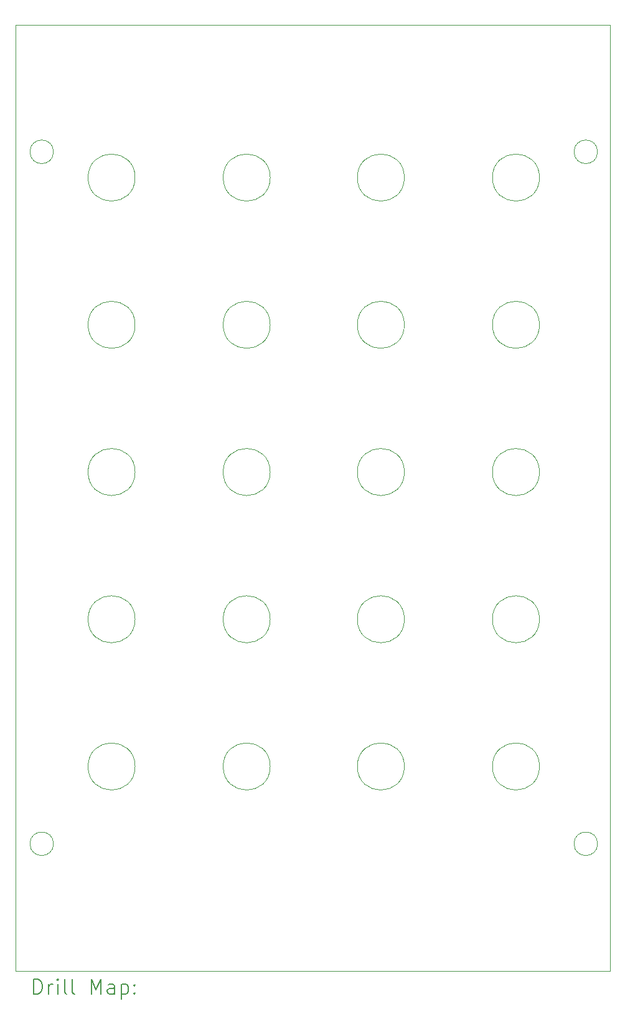
<source format=gbr>
%TF.GenerationSoftware,KiCad,Pcbnew,(6.0.11-0)*%
%TF.CreationDate,2023-03-26T21:43:49+01:00*%
%TF.ProjectId,panel,70616e65-6c2e-46b6-9963-61645f706362,rev?*%
%TF.SameCoordinates,Original*%
%TF.FileFunction,Drillmap*%
%TF.FilePolarity,Positive*%
%FSLAX45Y45*%
G04 Gerber Fmt 4.5, Leading zero omitted, Abs format (unit mm)*
G04 Created by KiCad (PCBNEW (6.0.11-0)) date 2023-03-26 21:43:49*
%MOMM*%
%LPD*%
G01*
G04 APERTURE LIST*
%ADD10C,0.100000*%
%ADD11C,0.200000*%
G04 APERTURE END LIST*
D10*
X8090000Y0D02*
X8090000Y-12850000D01*
X0Y-12850000D02*
X0Y0D01*
X5292500Y-8075000D02*
G75*
G03*
X5292500Y-8075000I-320000J0D01*
G01*
X520000Y-11125000D02*
G75*
G03*
X520000Y-11125000I-160000J0D01*
G01*
X3467500Y-6075000D02*
G75*
G03*
X3467500Y-6075000I-320000J0D01*
G01*
X1630000Y-4075000D02*
G75*
G03*
X1630000Y-4075000I-320000J0D01*
G01*
X1630000Y-2075000D02*
G75*
G03*
X1630000Y-2075000I-320000J0D01*
G01*
X3467500Y-8075000D02*
G75*
G03*
X3467500Y-8075000I-320000J0D01*
G01*
X7920000Y-11125000D02*
G75*
G03*
X7920000Y-11125000I-160000J0D01*
G01*
X7130000Y-2075000D02*
G75*
G03*
X7130000Y-2075000I-320000J0D01*
G01*
X5292500Y-2075000D02*
G75*
G03*
X5292500Y-2075000I-320000J0D01*
G01*
X7130000Y-4075000D02*
G75*
G03*
X7130000Y-4075000I-320000J0D01*
G01*
X7130000Y-8075000D02*
G75*
G03*
X7130000Y-8075000I-320000J0D01*
G01*
X0Y0D02*
X8090000Y0D01*
X5292500Y-6075000D02*
G75*
G03*
X5292500Y-6075000I-320000J0D01*
G01*
X3467500Y-2075000D02*
G75*
G03*
X3467500Y-2075000I-320000J0D01*
G01*
X520000Y-1725000D02*
G75*
G03*
X520000Y-1725000I-160000J0D01*
G01*
X1630000Y-10075000D02*
G75*
G03*
X1630000Y-10075000I-320000J0D01*
G01*
X3467500Y-4075000D02*
G75*
G03*
X3467500Y-4075000I-320000J0D01*
G01*
X8090000Y-12850000D02*
X0Y-12850000D01*
X3467500Y-10075000D02*
G75*
G03*
X3467500Y-10075000I-320000J0D01*
G01*
X7130000Y-10075000D02*
G75*
G03*
X7130000Y-10075000I-320000J0D01*
G01*
X1630000Y-6075000D02*
G75*
G03*
X1630000Y-6075000I-320000J0D01*
G01*
X7130000Y-6075000D02*
G75*
G03*
X7130000Y-6075000I-320000J0D01*
G01*
X5292500Y-4075000D02*
G75*
G03*
X5292500Y-4075000I-320000J0D01*
G01*
X1630000Y-8075000D02*
G75*
G03*
X1630000Y-8075000I-320000J0D01*
G01*
X7920000Y-1725000D02*
G75*
G03*
X7920000Y-1725000I-160000J0D01*
G01*
X5292500Y-10075000D02*
G75*
G03*
X5292500Y-10075000I-320000J0D01*
G01*
D11*
X252619Y-13165476D02*
X252619Y-12965476D01*
X300238Y-12965476D01*
X328810Y-12975000D01*
X347857Y-12994048D01*
X357381Y-13013095D01*
X366905Y-13051190D01*
X366905Y-13079762D01*
X357381Y-13117857D01*
X347857Y-13136905D01*
X328810Y-13155952D01*
X300238Y-13165476D01*
X252619Y-13165476D01*
X452619Y-13165476D02*
X452619Y-13032143D01*
X452619Y-13070238D02*
X462143Y-13051190D01*
X471667Y-13041667D01*
X490714Y-13032143D01*
X509762Y-13032143D01*
X576429Y-13165476D02*
X576429Y-13032143D01*
X576429Y-12965476D02*
X566905Y-12975000D01*
X576429Y-12984524D01*
X585952Y-12975000D01*
X576429Y-12965476D01*
X576429Y-12984524D01*
X700238Y-13165476D02*
X681190Y-13155952D01*
X671667Y-13136905D01*
X671667Y-12965476D01*
X805000Y-13165476D02*
X785952Y-13155952D01*
X776428Y-13136905D01*
X776428Y-12965476D01*
X1033571Y-13165476D02*
X1033571Y-12965476D01*
X1100238Y-13108333D01*
X1166905Y-12965476D01*
X1166905Y-13165476D01*
X1347857Y-13165476D02*
X1347857Y-13060714D01*
X1338333Y-13041667D01*
X1319286Y-13032143D01*
X1281190Y-13032143D01*
X1262143Y-13041667D01*
X1347857Y-13155952D02*
X1328810Y-13165476D01*
X1281190Y-13165476D01*
X1262143Y-13155952D01*
X1252619Y-13136905D01*
X1252619Y-13117857D01*
X1262143Y-13098809D01*
X1281190Y-13089286D01*
X1328810Y-13089286D01*
X1347857Y-13079762D01*
X1443095Y-13032143D02*
X1443095Y-13232143D01*
X1443095Y-13041667D02*
X1462143Y-13032143D01*
X1500238Y-13032143D01*
X1519286Y-13041667D01*
X1528809Y-13051190D01*
X1538333Y-13070238D01*
X1538333Y-13127381D01*
X1528809Y-13146428D01*
X1519286Y-13155952D01*
X1500238Y-13165476D01*
X1462143Y-13165476D01*
X1443095Y-13155952D01*
X1624048Y-13146428D02*
X1633571Y-13155952D01*
X1624048Y-13165476D01*
X1614524Y-13155952D01*
X1624048Y-13146428D01*
X1624048Y-13165476D01*
X1624048Y-13041667D02*
X1633571Y-13051190D01*
X1624048Y-13060714D01*
X1614524Y-13051190D01*
X1624048Y-13041667D01*
X1624048Y-13060714D01*
M02*

</source>
